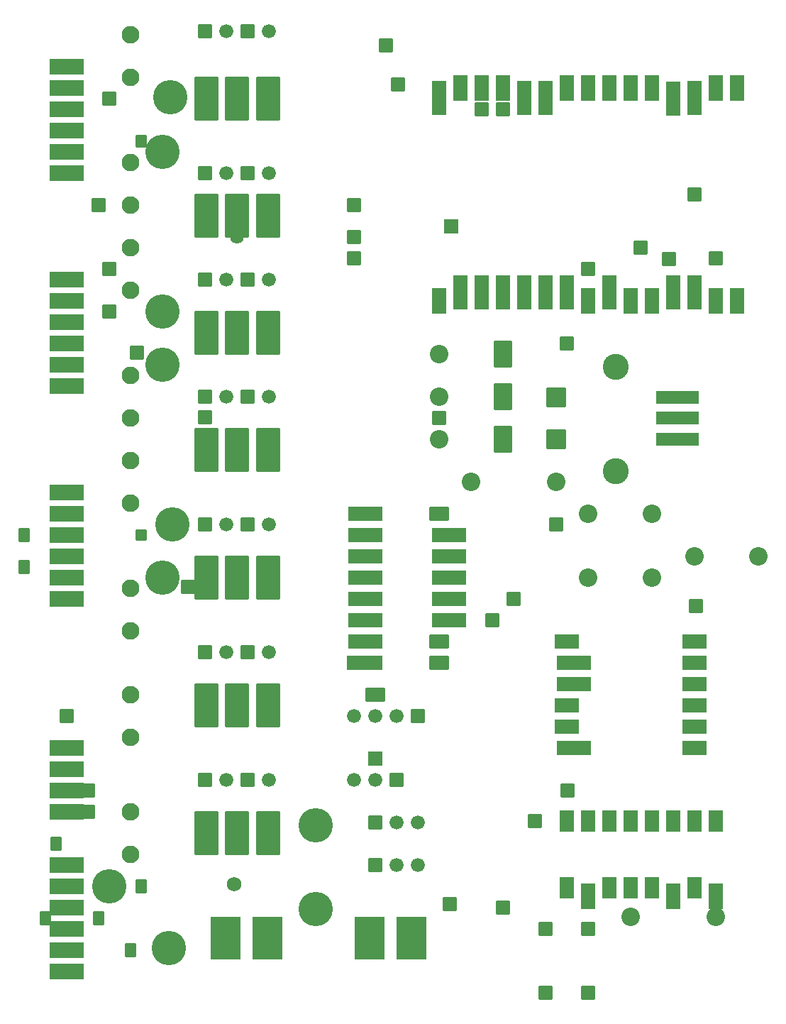
<source format=gts>
G04 Layer: TopSolderMaskLayer*
G04 EasyEDA v6.5.22, 2022-11-10 15:31:46*
G04 b7be4e29126e4417a89479274d17f270,4d866ca34c7e4626bfa8f39187415ab3,10*
G04 Gerber Generator version 0.2*
G04 Scale: 100 percent, Rotated: No, Reflected: No *
G04 Dimensions in millimeters *
G04 leading zeros omitted , absolute positions ,4 integer and 5 decimal *
%FSLAX45Y45*%
%MOMM*%

%AMMACRO1*1,1,$1,$2,$3*1,1,$1,$4,$5*1,1,$1,0-$2,0-$3*1,1,$1,0-$4,0-$5*20,1,$1,$2,$3,$4,$5,0*20,1,$1,$4,$5,0-$2,0-$3,0*20,1,$1,0-$2,0-$3,0-$4,0-$5,0*20,1,$1,0-$4,0-$5,$2,$3,0*4,1,4,$2,$3,$4,$5,0-$2,0-$3,0-$4,0-$5,$2,$3,0*%
%ADD10C,4.1020*%
%ADD11MACRO1,0.1016X0.8X1.5X0.8X-1.5*%
%ADD12MACRO1,0.102X0.8X1.25X0.8X-1.25*%
%ADD13MACRO1,0.102X-1.1X-1.1X-1.1X1.1*%
%ADD14MACRO1,0.102X-2.5X-0.75X-2.5X0.75*%
%ADD15C,3.1020*%
%ADD16C,2.2032*%
%ADD17MACRO1,0.102X0.7875X0.7875X0.7875X-0.7875*%
%ADD18C,1.6770*%
%ADD19MACRO1,0.102X2X0.85X2X-0.85*%
%ADD20MACRO1,0.1016X2X0.85X2X-0.85*%
%ADD21MACRO1,0.102X-2X-0.85X-2X0.85*%
%ADD22MACRO1,0.102X0.7875X-0.7875X-0.7875X-0.7875*%
%ADD23MACRO1,0.102X-0.7875X0.7875X0.7875X0.7875*%
%ADD24MACRO1,0.102X-0.8X-0.8X-0.8X0.8*%
%ADD25MACRO1,0.204X1.35X-2.5X-1.35X-2.5*%
%ADD26MACRO1,0.2032X1.35X-2.5X-1.35X-2.5*%
%ADD27MACRO1,0.102X-2X0.8X2X0.8*%
%ADD28MACRO1,0.102X-1.4X0.8X1.4X0.8*%
%ADD29C,2.1020*%
%ADD30MACRO1,0.102X-1.75X2.5X1.75X2.5*%
%ADD31MACRO1,0.102X1.75X-2.5X-1.75X-2.5*%
%ADD32MACRO1,0.1016X-2X0.8X2X0.8*%
%ADD33MACRO1,0.102X-1.1X0.8X1.1X0.8*%
%ADD34MACRO1,0.204X1X1.5X1X-1.5*%
%ADD35MACRO1,0.102X0.8X2X0.8X-2*%
%ADD36MACRO1,0.102X0.8X1.5X0.8X-1.5*%
%ADD37R,1.7020X1.7020*%
%ADD38MACRO1,0.102X0.8X0.8X0.8X-0.8*%
%ADD39MACRO1,0.102X-0.8X0.8X0.8X0.8*%
%ADD40MACRO1,0.102X-0.6X0.8X0.6X0.8*%
%ADD41MACRO1,0.102X-0.6X0.6X0.6X0.6*%
%ADD42MACRO1,0.102X-0.6X0.7X0.6X0.7*%
%ADD43C,1.6256*%
%ADD44MACRO1,0.102X-0.762X0.762X0.762X0.762*%
%ADD45MACRO1,0.2032X0.75X0.75X0.75X-0.75*%
%ADD46C,1.7272*%
%ADD47C,0.0100*%

%LPD*%
D10*
G01*
X-1981200Y-5737199D03*
G01*
X-1983206Y-4735195D03*
D11*
G01*
X2794000Y-5583555D03*
G01*
X2286000Y-5583555D03*
G01*
X1270000Y-5583555D03*
D12*
G01*
X2794000Y-4686554D03*
G01*
X2540000Y-4686554D03*
G01*
X1270000Y-4686554D03*
G01*
X1016000Y-4686554D03*
G01*
X2286000Y-4686554D03*
G01*
X2032000Y-4686554D03*
G01*
X1524000Y-4686554D03*
G01*
X1778000Y-4686554D03*
G01*
X1016000Y-5480559D03*
G01*
X1524000Y-5480559D03*
G01*
X1778000Y-5480559D03*
G01*
X2032000Y-5480559D03*
G01*
X2540000Y-5480559D03*
D13*
G01*
X888992Y-130558D03*
G01*
X888992Y369440D03*
D14*
G01*
X2338989Y-130559D03*
G01*
X2338989Y119452D03*
G01*
X2338989Y369439D03*
D15*
G01*
X1600200Y-511555D03*
G01*
X1600174Y733044D03*
D16*
G01*
X-127000Y-638555D03*
G01*
X889000Y-638555D03*
D17*
G01*
X-3301987Y4737100D03*
D18*
G01*
X-3047974Y4737100D03*
D17*
G01*
X-3301994Y1774441D03*
D18*
G01*
X-3048000Y1774444D03*
D17*
G01*
X-3301994Y-1146558D03*
D18*
G01*
X-3048000Y-1146555D03*
D17*
G01*
X-3301994Y-4194558D03*
D18*
G01*
X-3048000Y-4194555D03*
D17*
G01*
X-3301987Y3048002D03*
D18*
G01*
X-3048000Y3048000D03*
D17*
G01*
X-3301994Y-2670558D03*
D18*
G01*
X-3048000Y-2670555D03*
D17*
G01*
X-3301994Y377441D03*
D18*
G01*
X-3048000Y377444D03*
D17*
G01*
X-2793994Y4737089D03*
D18*
G01*
X-2540000Y4737100D03*
D17*
G01*
X-2793994Y1774441D03*
D18*
G01*
X-2540000Y1774444D03*
D17*
G01*
X-2793994Y-1146558D03*
D18*
G01*
X-2540000Y-1146555D03*
D17*
G01*
X-2793994Y-4194558D03*
D18*
G01*
X-2540000Y-4194555D03*
D17*
G01*
X-2793994Y3044441D03*
D18*
G01*
X-2540000Y3044444D03*
D17*
G01*
X-2793994Y-2670558D03*
D18*
G01*
X-2540000Y-2670555D03*
D17*
G01*
X-2793994Y377441D03*
D18*
G01*
X-2540000Y377444D03*
D19*
G01*
X-4952994Y3044440D03*
G01*
X-4952994Y3298440D03*
G01*
X-4952994Y3552440D03*
G01*
X-4952994Y3806440D03*
G01*
X-4952994Y4060440D03*
D20*
G01*
X-4952994Y4314440D03*
D19*
G01*
X-4952994Y504440D03*
G01*
X-4952994Y758440D03*
G01*
X-4952994Y1012440D03*
G01*
X-4952994Y1266440D03*
G01*
X-4952994Y1520440D03*
G01*
X-4952994Y1774440D03*
G01*
X-4952994Y-2035557D03*
G01*
X-4952994Y-1781557D03*
G01*
X-4952994Y-1527557D03*
G01*
X-4952994Y-1273557D03*
G01*
X-4952994Y-1019557D03*
G01*
X-4952994Y-765557D03*
D21*
G01*
X-4952994Y-5210549D03*
G01*
X-4952994Y-5464549D03*
G01*
X-4952994Y-5718549D03*
G01*
X-4952994Y-5972549D03*
G01*
X-4952994Y-6226549D03*
G01*
X-4952994Y-6480549D03*
G01*
X-4952994Y-4575552D03*
G01*
X-4952994Y-4321552D03*
G01*
X-4952994Y-4067552D03*
G01*
X-4952994Y-3813552D03*
D22*
G01*
X-761989Y-3429000D03*
D18*
G01*
X-1015974Y-3429000D03*
G01*
X-1269974Y-3429000D03*
G01*
X-1523974Y-3429000D03*
G01*
X-1524000Y-4194555D03*
G01*
X-1270000Y-4194555D03*
D22*
G01*
X-1016002Y-4194550D03*
D18*
G01*
X-761974Y-5207000D03*
G01*
X-1015974Y-5207000D03*
D23*
G01*
X-1269989Y-5207000D03*
D18*
G01*
X-761974Y-4699000D03*
G01*
X-1015974Y-4699000D03*
D23*
G01*
X-1269989Y-4699000D03*
D24*
G01*
X761984Y-6730972D03*
G01*
X1269984Y-6730972D03*
G01*
X1269984Y-5968972D03*
G01*
X761984Y-5968972D03*
D25*
G01*
X-2552693Y3933466D03*
G01*
X-3289293Y3933466D03*
G01*
X-2920993Y3933466D03*
G01*
X-2552693Y1139492D03*
G01*
X-3289293Y1139492D03*
G01*
X-2920993Y1139492D03*
G01*
X-2552693Y-1781558D03*
G01*
X-3289293Y-1781558D03*
G01*
X-2920993Y-1781558D03*
G01*
X-2552693Y-4829558D03*
G01*
X-3289293Y-4829558D03*
G01*
X-2920993Y-4829558D03*
G01*
X-2552693Y2536441D03*
G01*
X-3289293Y2536441D03*
G01*
X-2920993Y2536441D03*
D26*
G01*
X-2552693Y-3305558D03*
G01*
X-3289293Y-3305558D03*
G01*
X-2920993Y-3305558D03*
D25*
G01*
X-2552693Y-257609D03*
G01*
X-3289293Y-257609D03*
G01*
X-2920993Y-257609D03*
D16*
G01*
X1270000Y-1781555D03*
G01*
X1270000Y-1019555D03*
G01*
X2032000Y-1781555D03*
G01*
X2032000Y-1019555D03*
G01*
X2540000Y-1524000D03*
G01*
X3302000Y-1524000D03*
D27*
G01*
X1099997Y-3809992D03*
G01*
X1099997Y-3048000D03*
G01*
X1099997Y-2794000D03*
D28*
G01*
X2539997Y-3810000D03*
G01*
X2539997Y-3556000D03*
G01*
X2539997Y-3302000D03*
G01*
X2539997Y-3048000D03*
G01*
X2539997Y-2794000D03*
G01*
X2539997Y-2540000D03*
G01*
X1016000Y-2540000D03*
G01*
X1016000Y-3302000D03*
G01*
X1016000Y-3556000D03*
D29*
G01*
X-4191000Y4691887D03*
G01*
X-4191000Y4191000D03*
G01*
X-4191000Y2151887D03*
G01*
X-4191000Y1651000D03*
G01*
X-4191000Y-388112D03*
G01*
X-4191000Y-889000D03*
G01*
X-4191000Y-5080000D03*
G01*
X-4191000Y-4579112D03*
G01*
X-4191000Y3167887D03*
G01*
X-4191000Y2667000D03*
G01*
X-4191000Y627887D03*
G01*
X-4191000Y127000D03*
G01*
X-4191000Y-1912112D03*
G01*
X-4191000Y-2413000D03*
G01*
X-4191000Y-3683000D03*
G01*
X-4191000Y-3182112D03*
D30*
G01*
X-1342640Y-6083274D03*
G01*
X-841754Y-6083274D03*
D31*
G01*
X-2556252Y-6083300D03*
G01*
X-3057137Y-6083300D03*
D27*
G01*
X-1388991Y-1019558D03*
D32*
G01*
X-1388991Y-1273556D03*
G01*
X-1388991Y-1527556D03*
G01*
X-1388991Y-1781556D03*
G01*
X-1388991Y-2035556D03*
G01*
X-1388991Y-2289556D03*
D27*
G01*
X-1388991Y-2543556D03*
D32*
G01*
X-1388991Y-2797556D03*
D27*
G01*
X-388993Y-1778556D03*
G01*
X-388993Y-2289556D03*
G01*
X-388993Y-2035556D03*
G01*
X-388993Y-1527556D03*
G01*
X-388993Y-1273556D03*
D33*
G01*
X-507992Y-2797556D03*
G01*
X-507992Y-2543556D03*
G01*
X-507992Y-1019556D03*
D16*
G01*
X2794000Y-5829300D03*
G01*
X1778000Y-5829300D03*
D34*
G01*
X254000Y-130556D03*
D16*
G01*
X-508000Y-130555D03*
D34*
G01*
X254000Y377443D03*
D16*
G01*
X-508000Y377444D03*
D34*
G01*
X254000Y885443D03*
D16*
G01*
X-508000Y885444D03*
D35*
G01*
X2539974Y3940342D03*
G01*
X507974Y3940342D03*
G01*
X-508025Y3940342D03*
G01*
X2539974Y1621942D03*
G01*
X2285974Y1621942D03*
G01*
X1015974Y1621942D03*
G01*
X761974Y1621942D03*
G01*
X507974Y1621942D03*
G01*
X253974Y1621942D03*
G01*
X-25Y1621942D03*
G01*
X-254025Y1621942D03*
G01*
X761974Y3940342D03*
G01*
X1523974Y1621942D03*
G01*
X2285974Y3933342D03*
D36*
G01*
X3047974Y4060342D03*
G01*
X2793974Y4060342D03*
G01*
X2031974Y4060342D03*
G01*
X1777974Y4060342D03*
G01*
X1523974Y4060342D03*
G01*
X1269974Y4060342D03*
G01*
X1015974Y4060342D03*
G01*
X253974Y4060342D03*
G01*
X-25Y4060342D03*
G01*
X-254025Y4060342D03*
G01*
X3047974Y1520342D03*
G01*
X2793974Y1520342D03*
G01*
X2031974Y1520342D03*
G01*
X1777974Y1520342D03*
G01*
X1269974Y1520342D03*
G01*
X-508025Y1520342D03*
D37*
G01*
X-1270000Y-3940555D03*
D38*
G01*
X-1524005Y2666987D03*
G01*
X-4444997Y1901436D03*
G01*
X1269992Y1901436D03*
G01*
X126984Y-2289548D03*
G01*
X-1000005Y4099984D03*
G01*
X-3301994Y130629D03*
G01*
X-508005Y123441D03*
G01*
X253994Y-5714984D03*
D37*
G01*
X-1524000Y-2797555D03*
D38*
G01*
X635007Y-4686297D03*
D37*
G01*
X-368300Y2413000D03*
D38*
G01*
X380994Y-2035556D03*
D33*
G01*
X-1269994Y-3178558D03*
D39*
G01*
X2539989Y2790436D03*
G01*
X1892289Y2158987D03*
G01*
X1015992Y1012438D03*
G01*
X-4444997Y3933426D03*
G01*
X-4445002Y1393436D03*
D40*
G01*
X-5460994Y-1654553D03*
G01*
X-5460994Y-1273556D03*
D41*
G01*
X-4063997Y-1273555D03*
D40*
G01*
X-4063997Y-5464538D03*
G01*
X-4571994Y-5845535D03*
G01*
X-5206994Y-5845538D03*
D39*
G01*
X889005Y-1146558D03*
D10*
G01*
X-3721100Y3949700D03*
G01*
X-3810000Y3298444D03*
G01*
X-3810000Y1393444D03*
G01*
X-3810000Y758444D03*
G01*
X-3695700Y-1143000D03*
G01*
X-3810000Y-1781555D03*
G01*
X-3733800Y-6197600D03*
G01*
X-4445000Y-5464555D03*
D40*
G01*
X-5079994Y-4956538D03*
G01*
X-4190997Y-6226535D03*
D42*
G01*
X-4063997Y3425433D03*
D39*
G01*
X-4698994Y-4321550D03*
G01*
X-4698994Y-4575550D03*
G01*
X-4952994Y-3432550D03*
G01*
X2235184Y2019287D03*
G01*
X-1524002Y2028436D03*
G01*
X2793984Y2031987D03*
D38*
G01*
X-4571997Y2666994D03*
D43*
G01*
X-2921000Y2286000D03*
D44*
G01*
X-1523997Y2285994D03*
D39*
G01*
X-1142997Y4571989D03*
D45*
G01*
X1Y3809991D03*
G01*
X254001Y3809991D03*
D39*
G01*
X-4114792Y901697D03*
G01*
X-3505192Y-1892297D03*
G01*
X2552694Y-2120894D03*
G01*
X1024105Y-4317992D03*
G01*
X-381000Y-5676889D03*
D46*
G01*
X-2959100Y-5435600D03*
M02*

</source>
